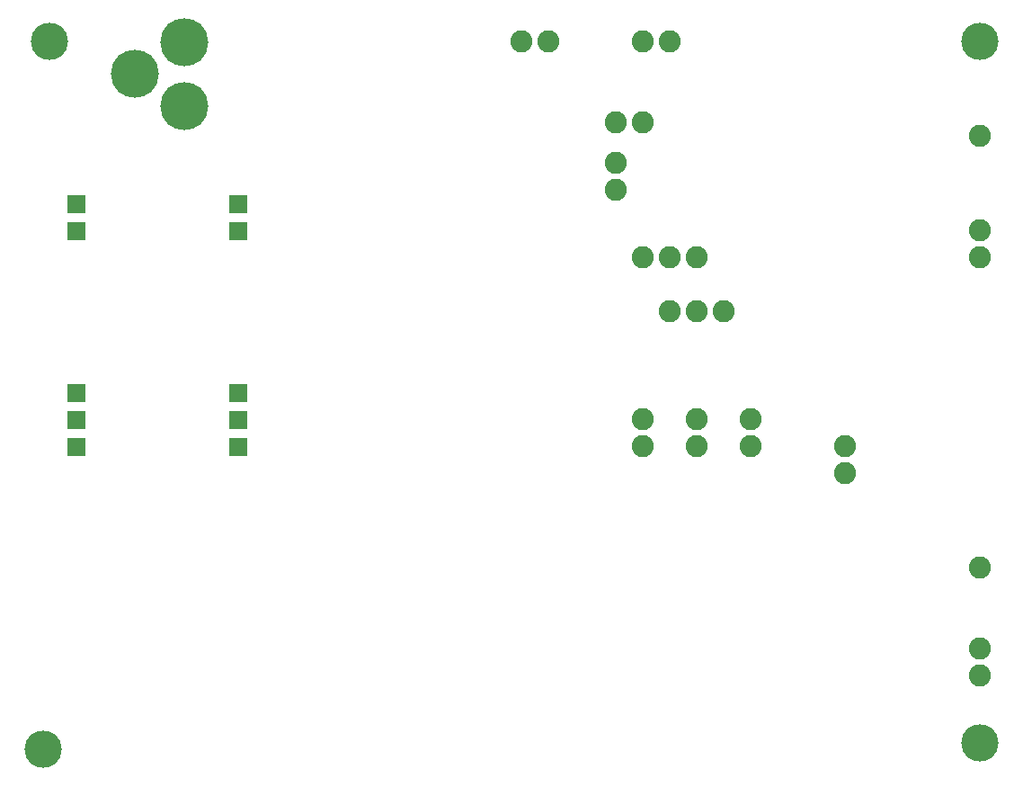
<source format=gbs>
G75*
%MOIN*%
%OFA0B0*%
%FSLAX24Y24*%
%IPPOS*%
%LPD*%
%AMOC8*
5,1,8,0,0,1.08239X$1,22.5*
%
%ADD10R,0.0674X0.0674*%
%ADD11C,0.1780*%
%ADD12C,0.0820*%
%ADD13C,0.1380*%
D10*
X003100Y013050D03*
X003100Y014050D03*
X003100Y015050D03*
X009100Y015050D03*
X009100Y014050D03*
X009100Y013050D03*
X009100Y021050D03*
X009100Y022050D03*
X003100Y022050D03*
X003100Y021050D03*
D11*
X007100Y025706D03*
X005250Y026887D03*
X007100Y028069D03*
D12*
X019600Y028100D03*
X020600Y028100D03*
X024100Y028100D03*
X025100Y028100D03*
X024100Y025100D03*
X023100Y025100D03*
X023100Y023600D03*
X023100Y022600D03*
X024100Y020100D03*
X025100Y020100D03*
X026100Y020100D03*
X026100Y018100D03*
X025100Y018100D03*
X027100Y018100D03*
X026100Y014100D03*
X026100Y013100D03*
X024100Y013100D03*
X024100Y014100D03*
X028100Y014100D03*
X028100Y013100D03*
X031600Y013100D03*
X031600Y012100D03*
X036600Y008600D03*
X036600Y005600D03*
X036600Y004600D03*
X036600Y020100D03*
X036600Y021100D03*
X036600Y024600D03*
D13*
X001850Y001850D03*
X002100Y028100D03*
X036600Y028100D03*
X036600Y002100D03*
M02*

</source>
